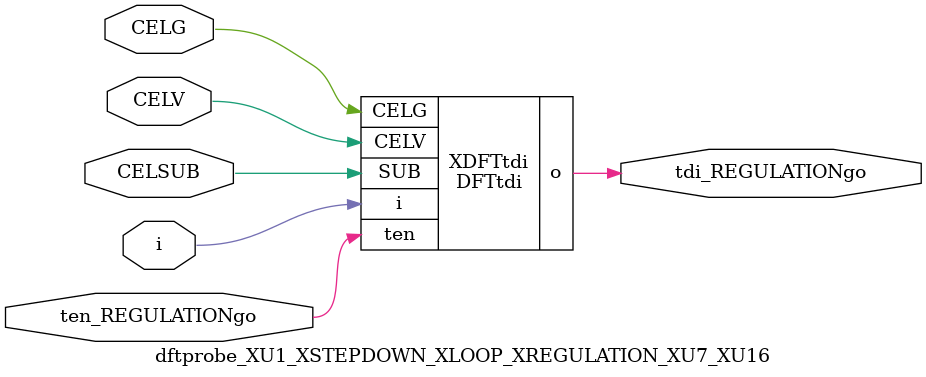
<source format=v>


module DFTtdi ( o, CELV, SUB, i, ten, CELG );

  input CELV;
  input ten;
  input i;
  output o;
  input CELG;
  input SUB;
endmodule


module dftprobe_XU1_XSTEPDOWN_XLOOP_XREGULATION_XU7_XU16 (i,tdi_REGULATIONgo,ten_REGULATIONgo,CELG,CELSUB,CELV);
input  i;
output  tdi_REGULATIONgo;
input  ten_REGULATIONgo;
input  CELG;
input  CELSUB;
input  CELV;

DFTtdi XDFTtdi(
  .i (i),
  .o (tdi_REGULATIONgo),
  .ten (ten_REGULATIONgo),
  .CELG (CELG),
  .SUB (CELSUB),
  .CELV (CELV)
);

endmodule


</source>
